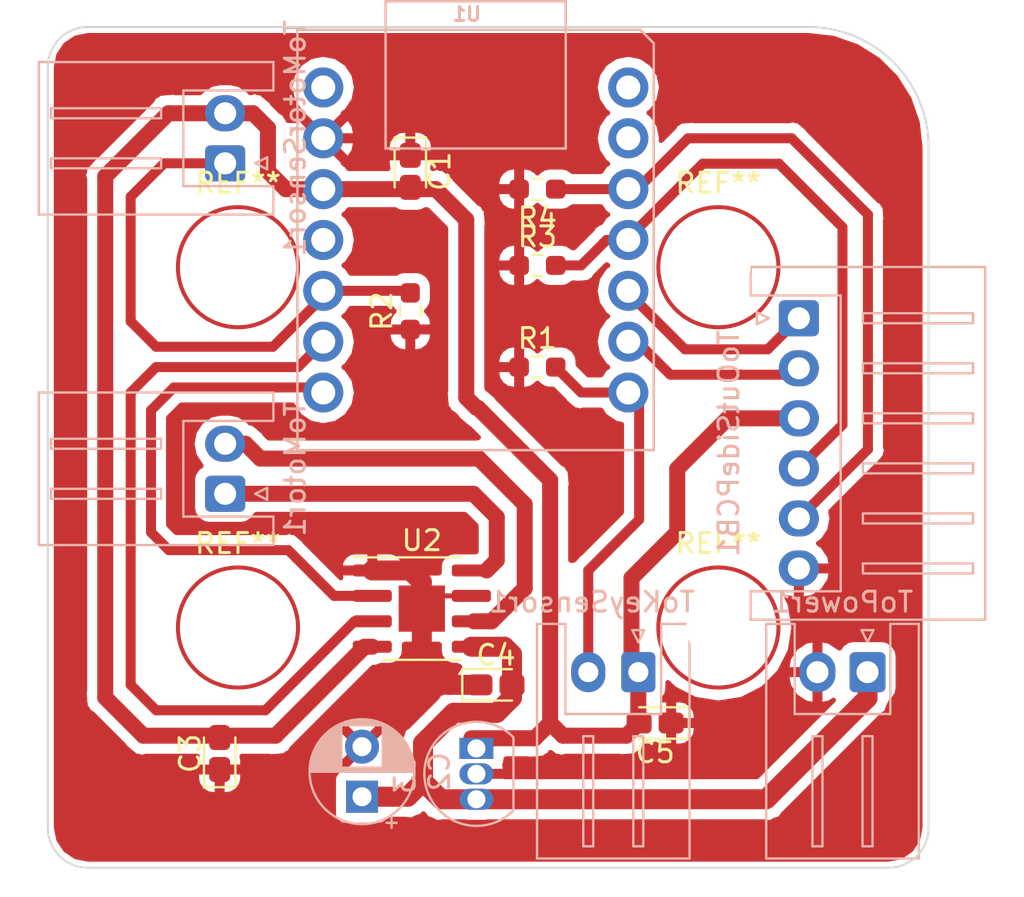
<source format=kicad_pcb>
(kicad_pcb (version 20221018) (generator pcbnew)
  (layers (0 "F.Cu" signal) (31 "B.Cu" signal) (34 "B.Paste" user) (35 "F.Paste" user) (36 "B.SilkS" user "B.Silkscreen") (37 "F.SilkS" user "F.Silkscreen") (38 "B.Mask" user) (39 "F.Mask" user) (44 "Edge.Cuts" user))
  (net 0 "")
  (net 1 "GND")
  (net 2 "+6V")
  (net 3 "+3.3V")
  (net 4 "Pos_SW1")
  (net 5 "Pos_SW2")
  (net 6 "SW1")
  (net 7 "SW2")
  (net 8 "OUT1")
  (net 9 "OUT2")
  (net 10 "SCL")
  (net 11 "SDA")
  (net 15 "IN1")
  (net 16 "IN2")
  (footprint "Resistor_SMD:R_0603_1608Metric_Pad0.98x0.95mm_HandSolder" (layer "F.Cu") (at 124.46 38.1 180)
    (fp_text reference "R4" (at 0 -1.43) (layer "F.SilkS"))
    (fp_text value "R")
    (fp_line (start -0.254724 -0.5225) (end 0.254724 -0.5225) (stroke (width 0.12)) (layer "F.SilkS"))
    (fp_line (start -0.254724 0.5225) (end 0.254724 0.5225) (stroke (width 0.12)) (layer "F.SilkS"))
    (pad "1" smd roundrect (at -0.9125 0 180) (size 0.975 0.95) (layers "F.Cu" "F.Paste" "F.Mask") (net 6 "SW1"))
    (pad "2" smd roundrect (at 0.9125 0 180) (size 0.975 0.95) (layers "F.Cu" "F.Paste" "F.Mask") (net 1 "GND"))
  )
  (footprint "Resistor_SMD:R_0603_1608Metric_Pad0.98x0.95mm_HandSolder" (layer "F.Cu") (at 124.46 46.99)
    (fp_text reference "R1" (at 0 -1.43) (layer "F.SilkS"))
    (fp_text value "R")
    (fp_line (start -0.254724 -0.5225) (end 0.254724 -0.5225) (stroke (width 0.12)) (layer "F.SilkS"))
    (fp_line (start -0.254724 0.5225) (end 0.254724 0.5225) (stroke (width 0.12)) (layer "F.SilkS"))
    (pad "1" smd roundrect (at -0.9125 0) (size 0.975 0.95) (layers "F.Cu" "F.Paste" "F.Mask") (net 1 "GND"))
    (pad "2" smd roundrect (at 0.9125 0) (size 0.975 0.95) (layers "F.Cu" "F.Paste" "F.Mask") (net 4 "Pos_SW1"))
  )
  (footprint "Capacitor_Tantalum_SMD:CP_EIA-1608-10_AVX-L_Pad1.25x1.05mm_HandSolder" (layer "F.Cu") (at 122.39 62.865)
    (fp_text reference "C4" (at 0 -1.48) (layer "F.SilkS"))
    (fp_text value "C")
    (fp_line (start -1.685 -0.785) (end -1.685 0.785) (stroke (width 0.12)) (layer "F.SilkS"))
    (fp_line (start -1.685 0.785) (end 0.8 0.785) (stroke (width 0.12)) (layer "F.SilkS"))
    (fp_line (start 0.8 -0.785) (end -1.685 -0.785) (stroke (width 0.12)) (layer "F.SilkS"))
    (pad "1" smd roundrect (at -0.8 0) (size 1.25 1.05) (layers "F.Cu" "F.Paste" "F.Mask") (roundrect_rratio 0.2380952381) (net 1 "GND"))
    (pad "2" smd roundrect (at 0.8 0) (size 1.25 1.05) (layers "F.Cu" "F.Paste" "F.Mask") (roundrect_rratio 0.2380952381) (net 2 "+6V"))
  )
  (footprint "Capacitor_Tantalum_SMD:CP_EIA-1608-10_AVX-L_Pad1.25x1.05mm_HandSolder" (layer "F.Cu") (at 118.11 37.211 -90)
    (fp_text reference "C1" (at 0 -1.48 90) (layer "F.SilkS"))
    (fp_text value "C")
    (fp_line (start -1.685 -0.785) (end -1.685 0.785) (stroke (width 0.12)) (layer "F.SilkS"))
    (fp_line (start -1.685 0.785) (end 0.8 0.785) (stroke (width 0.12)) (layer "F.SilkS"))
    (fp_line (start 0.8 -0.785) (end -1.685 -0.785) (stroke (width 0.12)) (layer "F.SilkS"))
    (pad "1" smd roundrect (at -0.8 0 270) (size 1.25 1.05) (layers "F.Cu" "F.Paste" "F.Mask") (roundrect_rratio 0.2380952381) (net 1 "GND"))
    (pad "2" smd roundrect (at 0.8 0 270) (size 1.25 1.05) (layers "F.Cu" "F.Paste" "F.Mask") (roundrect_rratio 0.2380952381) (net 3 "+3.3V"))
  )
  (footprint "MountingHole:MountingHole_3.2mm_M3" (layer "F.Cu") (at 133.5 42)
    (fp_text reference "REF**" (at 0 -4.2) (layer "F.SilkS"))
    (fp_text value "MountingHole_3.2mm_M3")
    (pad "" np_thru_hole circle (at 0 0) (size 3.2 3.2) (drill 3.2) (layers "*.Cu" "*.Mask"))
  )
  (footprint "MountingHole:MountingHole_3.2mm_M3" (layer "F.Cu") (at 133.5 60)
    (fp_text reference "REF**" (at 0 -4.2) (layer "F.SilkS"))
    (fp_text value "MountingHole_3.2mm_M3")
    (pad "" np_thru_hole circle (at 0 0) (size 3.2 3.2) (drill 3.2) (layers "*.Cu" "*.Mask"))
  )
  (footprint "Resistor_SMD:R_0603_1608Metric_Pad0.98x0.95mm_HandSolder" (layer "F.Cu") (at 124.46 41.91)
    (fp_text reference "R3" (at 0 -1.43) (layer "F.SilkS"))
    (fp_text value "R")
    (fp_line (start -0.254724 -0.5225) (end 0.254724 -0.5225) (stroke (width 0.12)) (layer "F.SilkS"))
    (fp_line (start -0.254724 0.5225) (end 0.254724 0.5225) (stroke (width 0.12)) (layer "F.SilkS"))
    (pad "1" smd roundrect (at -0.9125 0) (size 0.975 0.95) (layers "F.Cu" "F.Paste" "F.Mask") (net 1 "GND"))
    (pad "2" smd roundrect (at 0.9125 0) (size 0.975 0.95) (layers "F.Cu" "F.Paste" "F.Mask") (net 7 "SW2"))
  )
  (footprint "MountingHole:MountingHole_3.2mm_M3" (layer "F.Cu") (at 109.5 60)
    (fp_text reference "REF**" (at 0 -4.2) (layer "F.SilkS"))
    (fp_text value "MountingHole_3.2mm_M3")
    (pad "" np_thru_hole circle (at 0 0) (size 3.2 3.2) (drill 3.2) (layers "*.Cu" "*.Mask"))
  )
  (footprint "Capacitor_Tantalum_SMD:CP_EIA-1608-10_AVX-L_Pad1.25x1.05mm_HandSolder" (layer "F.Cu") (at 108.585 66.294 90)
    (fp_text reference "C3" (at 0 -1.48 90) (layer "F.SilkS"))
    (fp_text value "C")
    (fp_line (start -1.685 -0.785) (end -1.685 0.785) (stroke (width 0.12)) (layer "F.SilkS"))
    (fp_line (start -1.685 0.785) (end 0.8 0.785) (stroke (width 0.12)) (layer "F.SilkS"))
    (fp_line (start 0.8 -0.785) (end -1.685 -0.785) (stroke (width 0.12)) (layer "F.SilkS"))
    (pad "1" smd roundrect (at -0.8 0 90) (size 1.25 1.05) (layers "F.Cu" "F.Paste" "F.Mask") (roundrect_rratio 0.2380952381) (net 1 "GND"))
    (pad "2" smd roundrect (at 0.8 0 90) (size 1.25 1.05) (layers "F.Cu" "F.Paste" "F.Mask") (roundrect_rratio 0.2380952381) (net 3 "+3.3V"))
  )
  (footprint "Package_SO:HSOP-8-1EP_3.9x4.9mm_P1.27mm_EP2.3x2.3mm_ThermalVias" (layer "F.Cu") (at 118.685 59.055)
    (fp_text reference "U2" (at 0 -3.4) (layer "F.SilkS"))
    (fp_text value "TB67H450FNG")
    (fp_line (start 0 -2.56) (end -3.45 -2.56) (stroke (width 0.12)) (layer "F.SilkS"))
    (fp_line (start 0 -2.56) (end 1.95 -2.56) (stroke (width 0.12)) (layer "F.SilkS"))
    (fp_line (start 0 2.56) (end -1.95 2.56) (stroke (width 0.12)) (layer "F.SilkS"))
    (fp_line (start 0 2.56) (end 1.95 2.56) (stroke (width 0.12)) (layer "F.SilkS"))
    (pad "1" smd roundrect (at -2.475 -1.905) (size 1.95 0.6) (layers "F.Cu" "F.Paste" "F.Mask") (net 1 "GND"))
    (pad "2" smd roundrect (at -2.475 -0.635) (size 1.95 0.6) (layers "F.Cu" "F.Paste" "F.Mask") (net 16 "IN2"))
    (pad "3" smd roundrect (at -2.475 0.635) (size 1.95 0.6) (layers "F.Cu" "F.Paste" "F.Mask") (net 15 "IN1"))
    (pad "4" smd roundrect (at -2.475 1.905) (size 1.95 0.6) (layers "F.Cu" "F.Paste" "F.Mask") (net 3 "+3.3V"))
    (pad "5" smd roundrect (at 2.475 1.905) (size 1.95 0.6) (layers "F.Cu" "F.Paste" "F.Mask") (net 2 "+6V"))
    (pad "6" smd roundrect (at 2.475 0.635) (size 1.95 0.6) (layers "F.Cu" "F.Paste" "F.Mask") (net 8 "OUT1"))
    (pad "7" smd roundrect (at 2.475 -0.635) (size 1.95 0.6) (layers "F.Cu" "F.Paste" "F.Mask") (net 1 "GND"))
    (pad "8" smd roundrect (at 2.475 -1.905) (size 1.95 0.6) (layers "F.Cu" "F.Paste" "F.Mask") (net 9 "OUT2"))
    (pad "9" smd circle (at -0.9 -0.9) (size 0.5 0.5) (layers "F.Cu" "F.Paste" "F.Mask") (net 1 "GND"))
    (pad "9" smd circle (at -0.9 0.9) (size 0.5 0.5) (layers "F.Cu" "F.Paste" "F.Mask") (net 1 "GND"))
    (pad "9" smd rect (at 0 0) (size 2.3 2.3) (layers "F.Cu") (net 1 "GND"))
    (pad "9" smd rect (at 0 0) (size 2.3 2.3) (layers "F.Cu" "F.Mask") (net 1 "GND"))
    (pad "9" smd circle (at 0.9 -0.9) (size 0.5 0.5) (layers "F.Cu" "F.Paste" "F.Mask") (net 1 "GND"))
    (pad "9" smd circle (at 0.9 0.9) (size 0.5 0.5) (layers "F.Cu" "F.Paste" "F.Mask") (net 1 "GND"))
  )
  (footprint "Capacitor_Tantalum_SMD:CP_EIA-1608-10_AVX-L_Pad1.25x1.05mm_HandSolder" (layer "F.Cu") (at 130.34 64.77 180)
    (fp_text reference "C5" (at 0 -1.48) (layer "F.SilkS"))
    (fp_text value "C")
    (fp_line (start -1.685 -0.785) (end -1.685 0.785) (stroke (width 0.12)) (layer "F.SilkS"))
    (fp_line (start -1.685 0.785) (end 0.8 0.785) (stroke (width 0.12)) (layer "F.SilkS"))
    (fp_line (start 0.8 -0.785) (end -1.685 -0.785) (stroke (width 0.12)) (layer "F.SilkS"))
    (pad "1" smd roundrect (at -0.8 0 180) (size 1.25 1.05) (layers "F.Cu" "F.Paste" "F.Mask") (roundrect_rratio 0.2380952381) (net 1 "GND"))
    (pad "2" smd roundrect (at 0.8 0 180) (size 1.25 1.05) (layers "F.Cu" "F.Paste" "F.Mask") (roundrect_rratio 0.2380952381) (net 3 "+3.3V"))
  )
  (footprint "Resistor_SMD:R_0603_1608Metric_Pad0.98x0.95mm_HandSolder" (layer "F.Cu") (at 118.11 44.196 90)
    (fp_text reference "R2" (at 0 -1.43 90) (layer "F.SilkS"))
    (fp_text value "R")
    (fp_line (start -0.254724 -0.5225) (end 0.254724 -0.5225) (stroke (width 0.12)) (layer "F.SilkS"))
    (fp_line (start -0.254724 0.5225) (end 0.254724 0.5225) (stroke (width 0.12)) (layer "F.SilkS"))
    (pad "1" smd roundrect (at -0.9125 0 90) (size 0.975 0.95) (layers "F.Cu" "F.Paste" "F.Mask") (net 1 "GND"))
    (pad "2" smd roundrect (at 0.9125 0 90) (size 0.975 0.95) (layers "F.Cu" "F.Paste" "F.Mask") (net 5 "Pos_SW2"))
  )
  (footprint "MountingHole:MountingHole_3.2mm_M3" (layer "F.Cu") (at 109.5 42)
    (fp_text reference "REF**" (at 0 -4.2) (layer "F.SilkS"))
    (fp_text value "MountingHole_3.2mm_M3")
    (pad "" np_thru_hole circle (at 0 0) (size 3.2 3.2) (drill 3.2) (layers "*.Cu" "*.Mask"))
  )
  (footprint "Connector_JST:JST_XH_S2B-XH-A_1x02_P2.50mm_Horizontal" (layer "B.Cu") (at 108.86 53.32 90)
    (fp_text reference "ToMotor1" (at 1.25 3.5 90) (layer "B.SilkS") (effects (justify mirror)))
    (fp_text value "XH_01x02")
    (fp_line (start -2.56 -9.31) (end -2.56 2.41) (stroke (width 0.12)) (layer "B.SilkS"))
    (fp_line (start -2.56 2.41) (end -1.14 2.41) (stroke (width 0.12)) (layer "B.SilkS"))
    (fp_line (start -1.14 -2.09) (end 1.25 -2.09) (stroke (width 0.12)) (layer "B.SilkS"))
    (fp_line (start -1.14 2.41) (end -1.14 -2.09) (stroke (width 0.12)) (layer "B.SilkS"))
    (fp_line (start -0.3 2.1) (end 0.3 2.1) (stroke (width 0.12)) (layer "B.SilkS"))
    (fp_line (start -0.25 -8.7) (end 0.25 -8.7) (stroke (width 0.12)) (layer "B.SilkS"))
    (fp_line (start -0.25 -3.2) (end -0.25 -8.7) (stroke (width 0.12)) (layer "B.SilkS"))
    (fp_line (start 0 1.5) (end -0.3 2.1) (stroke (width 0.12)) (layer "B.SilkS"))
    (fp_line (start 0.25 -8.7) (end 0.25 -3.2) (stroke (width 0.12)) (layer "B.SilkS"))
    (fp_line (start 0.25 -3.2) (end -0.25 -3.2) (stroke (width 0.12)) (layer "B.SilkS"))
    (fp_line (start 0.3 2.1) (end 0 1.5) (stroke (width 0.12)) (layer "B.SilkS"))
    (fp_line (start 1.25 -9.31) (end -2.56 -9.31) (stroke (width 0.12)) (layer "B.SilkS"))
    (fp_line (start 1.25 -9.31) (end 5.06 -9.31) (stroke (width 0.12)) (layer "B.SilkS"))
    (fp_line (start 2.25 -8.7) (end 2.75 -8.7) (stroke (width 0.12)) (layer "B.SilkS"))
    (fp_line (start 2.25 -3.2) (end 2.25 -8.7) (stroke (width 0.12)) (layer "B.SilkS"))
    (fp_line (start 2.75 -8.7) (end 2.75 -3.2) (stroke (width 0.12)) (layer "B.SilkS"))
    (fp_line (start 2.75 -3.2) (end 2.25 -3.2) (stroke (width 0.12)) (layer "B.SilkS"))
    (fp_line (start 3.64 -2.09) (end 1.25 -2.09) (stroke (width 0.12)) (layer "B.SilkS"))
    (fp_line (start 3.64 2.41) (end 3.64 -2.09) (stroke (width 0.12)) (layer "B.SilkS"))
    (fp_line (start 5.06 -9.31) (end 5.06 2.41) (stroke (width 0.12)) (layer "B.SilkS"))
    (fp_line (start 5.06 2.41) (end 3.64 2.41) (stroke (width 0.12)) (layer "B.SilkS"))
    (pad "1" thru_hole roundrect (at 0 0 90) (size 1.8 2) (drill 1.1) (layers "*.Cu" "*.Mask") (roundrect_rratio 0.1470588235) (net 9 "OUT2"))
    (pad "2" thru_hole oval (at 2.5 0 90) (size 1.8 2) (drill 1.1) (layers "*.Cu" "*.Mask") (net 8 "OUT1"))
  )
  (footprint "xiao ESP32C3_PCB:MOUDLE14P-SMD-2.54-21X17.8MM" (layer "B.Cu") (at 130.27025 51.14 180)
    (fp_text reference "U1" (at 9.3345 21.7805) (layer "B.SilkS") (effects (font (size 0.7 0.7)) (justify mirror)))
    (fp_text value "MOUDLE-SEEEDUINO-XIAO-ESP32C3")
    (fp_line (start 0 0) (end 17.8 0) (stroke (width 0.127)) (layer "B.SilkS"))
    (fp_line (start 0 20.3285) (end 0 0) (stroke (width 0.127)) (layer "B.SilkS"))
    (fp_line (start 0.671541 21) (end 0 20.3285) (stroke (width 0.127)) (layer "B.SilkS"))
    (fp_line (start 4.396 15.072) (end 4.396 22.425) (stroke (width 0.127)) (layer "B.SilkS"))
    (fp_line (start 4.4 22.424) (end 13.395 22.424) (stroke (width 0.127)) (layer "B.SilkS"))
    (fp_line (start 13.395 15.072) (end 4.396 15.072) (stroke (width 0.127)) (layer "B.SilkS"))
    (fp_line (start 13.395 22.424) (end 13.395 15.072) (stroke (width 0.127)) (layer "B.SilkS"))
    (fp_line (start 17.8 0) (end 17.8 21) (stroke (width 0.127)) (layer "B.SilkS"))
    (fp_line (start 17.8 21) (end 0.671541 21) (stroke (width 0.127)) (layer "B.SilkS"))
    (pad "1" thru_hole circle (at 1.27 18.12 180) (size 2 2) (drill 1.2) (layers "*.Cu" "*.Mask"))
    (pad "2" thru_hole circle (at 1.27 15.58 180) (size 2 2) (drill 1.2) (layers "*.Cu" "*.Mask"))
    (pad "3" thru_hole circle (at 1.27 13.04 180) (size 2 2) (drill 1.2) (layers "*.Cu" "*.Mask") (net 6 "SW1"))
    (pad "4" thru_hole circle (at 1.27 10.5 180) (size 2 2) (drill 1.2) (layers "*.Cu" "*.Mask") (net 7 "SW2"))
    (pad "5" thru_hole circle (at 1.27 7.96 180) (size 2 2) (drill 1.2) (layers "*.Cu" "*.Mask") (net 11 "SDA"))
    (pad "6" thru_hole circle (at 1.27 5.42 180) (size 2 2) (drill 1.2) (layers "*.Cu" "*.Mask") (net 10 "SCL"))
    (pad "7" thru_hole circle (at 1.27 2.88 180) (size 2 2) (drill 1.2) (layers "*.Cu" "*.Mask") (net 4 "Pos_SW1"))
    (pad "8" thru_hole circle (at 16.51 2.88 180) (size 2 2) (drill 1.2) (layers "*.Cu" "*.Mask") (net 16 "IN2"))
    (pad "9" thru_hole circle (at 16.51 5.42 180) (size 2 2) (drill 1.2) (layers "*.Cu" "*.Mask") (net 15 "IN1"))
    (pad "10" thru_hole circle (at 16.51 7.96 180) (size 2 2) (drill 1.2) (layers "*.Cu" "*.Mask") (net 5 "Pos_SW2"))
    (pad "11" thru_hole circle (at 16.51 10.5 180) (size 2 2) (drill 1.2) (layers "*.Cu" "*.Mask"))
    (pad "12" thru_hole circle (at 16.51 13.04 180) (size 2 2) (drill 1.2) (layers "*.Cu" "*.Mask") (net 3 "+3.3V"))
    (pad "13" thru_hole circle (at 16.51 15.58 180) (size 2 2) (drill 1.2) (layers "*.Cu" "*.Mask") (net 1 "GND"))
    (pad "14" thru_hole circle (at 16.51 18.12 180) (size 2 2) (drill 1.2) (layers "*.Cu" "*.Mask"))
  )
  (footprint "Capacitor_THT:CP_Radial_D5.0mm_P2.50mm" (layer "B.Cu") (at 115.697 68.453 90)
    (fp_text reference "C2" (at 1.25 3.87 90) (layer "B.SilkS") (effects (justify mirror)))
    (fp_text value "C_Polarized")
    (fp_line (start -1.554775 1.475) (end -1.054775 1.475) (stroke (width 0.12)) (layer "B.SilkS"))
    (fp_line (start -1.304775 1.725) (end -1.304775 1.225) (stroke (width 0.12)) (layer "B.SilkS"))
    (fp_line (start 1.25 2.58) (end 1.25 -2.58) (stroke (width 0.12)) (layer "B.SilkS"))
    (fp_line (start 1.29 2.58) (end 1.29 -2.58) (stroke (width 0.12)) (layer "B.SilkS"))
    (fp_line (start 1.33 2.579) (end 1.33 -2.579) (stroke (width 0.12)) (layer "B.SilkS"))
    (fp_line (start 1.37 2.578) (end 1.37 -2.578) (stroke (width 0.12)) (layer "B.SilkS"))
    (fp_line (start 1.41 2.576) (end 1.41 -2.576) (stroke (width 0.12)) (layer "B.SilkS"))
    (fp_line (start 1.45 2.573) (end 1.45 -2.573) (stroke (width 0.12)) (layer "B.SilkS"))
    (fp_line (start 1.49 -1.04) (end 1.49 -2.569) (stroke (width 0.12)) (layer "B.SilkS"))
    (fp_line (start 1.49 2.569) (end 1.49 1.04) (stroke (width 0.12)) (layer "B.SilkS"))
    (fp_line (start 1.53 -1.04) (end 1.53 -2.565) (stroke (width 0.12)) (layer "B.SilkS"))
    (fp_line (start 1.53 2.565) (end 1.53 1.04) (stroke (width 0.12)) (layer "B.SilkS"))
    (fp_line (start 1.57 -1.04) (end 1.57 -2.561) (stroke (width 0.12)) (layer "B.SilkS"))
    (fp_line (start 1.57 2.561) (end 1.57 1.04) (stroke (width 0.12)) (layer "B.SilkS"))
    (fp_line (start 1.61 -1.04) (end 1.61 -2.556) (stroke (width 0.12)) (layer "B.SilkS"))
    (fp_line (start 1.61 2.556) (end 1.61 1.04) (stroke (width 0.12)) (layer "B.SilkS"))
    (fp_line (start 1.65 -1.04) (end 1.65 -2.55) (stroke (width 0.12)) (layer "B.SilkS"))
    (fp_line (start 1.65 2.55) (end 1.65 1.04) (stroke (width 0.12)) (layer "B.SilkS"))
    (fp_line (start 1.69 -1.04) (end 1.69 -2.543) (stroke (width 0.12)) (layer "B.SilkS"))
    (fp_line (start 1.69 2.543) (end 1.69 1.04) (stroke (width 0.12)) (layer "B.SilkS"))
    (fp_line (start 1.73 -1.04) (end 1.73 -2.536) (stroke (width 0.12)) (layer "B.SilkS"))
    (fp_line (start 1.73 2.536) (end 1.73 1.04) (stroke (width 0.12)) (layer "B.SilkS"))
    (fp_line (start 1.77 -1.04) (end 1.77 -2.528) (stroke (width 0.12)) (layer "B.SilkS"))
    (fp_line (start 1.77 2.528) (end 1.77 1.04) (stroke (width 0.12)) (layer "B.SilkS"))
    (fp_line (start 1.81 -1.04) (end 1.81 -2.52) (stroke (width 0.12)) (layer "B.SilkS"))
    (fp_line (start 1.81 2.52) (end 1.81 1.04) (stroke (width 0.12)) (layer "B.SilkS"))
    (fp_line (start 1.85 -1.04) (end 1.85 -2.511) (stroke (width 0.12)) (layer "B.SilkS"))
    (fp_line (start 1.85 2.511) (end 1.85 1.04) (stroke (width 0.12)) (layer "B.SilkS"))
    (fp_line (start 1.89 -1.04) (end 1.89 -2.501) (stroke (width 0.12)) (layer "B.SilkS"))
    (fp_line (start 1.89 2.501) (end 1.89 1.04) (stroke (width 0.12)) (layer "B.SilkS"))
    (fp_line (start 1.93 -1.04) (end 1.93 -2.491) (stroke (width 0.12)) (layer "B.SilkS"))
    (fp_line (start 1.93 2.491) (end 1.93 1.04) (stroke (width 0.12)) (layer "B.SilkS"))
    (fp_line (start 1.971 -1.04) (end 1.971 -2.48) (stroke (width 0.12)) (layer "B.SilkS"))
    (fp_line (start 1.971 2.48) (end 1.971 1.04) (stroke (width 0.12)) (layer "B.SilkS"))
    (fp_line (start 2.011 -1.04) (end 2.011 -2.468) (stroke (width 0.12)) (layer "B.SilkS"))
    (fp_line (start 2.011 2.468) (end 2.011 1.04) (stroke (width 0.12)) (layer "B.SilkS"))
    (fp_line (start 2.051 -1.04) (end 2.051 -2.455) (stroke (width 0.12)) (layer "B.SilkS"))
    (fp_line (start 2.051 2.455) (end 2.051 1.04) (stroke (width 0.12)) (layer "B.SilkS"))
    (fp_line (start 2.091 -1.04) (end 2.091 -2.442) (stroke (width 0.12)) (layer "B.SilkS"))
    (fp_line (start 2.091 2.442) (end 2.091 1.04) (stroke (width 0.12)) (layer "B.SilkS"))
    (fp_line (start 2.131 -1.04) (end 2.131 -2.428) (stroke (width 0.12)) (layer "B.SilkS"))
    (fp_line (start 2.131 2.428) (end 2.131 1.04) (stroke (width 0.12)) (layer "B.SilkS"))
    (fp_line (start 2.171 -1.04) (end 2.171 -2.414) (stroke (width 0.12)) (layer "B.SilkS"))
    (fp_line (start 2.171 2.414) (end 2.171 1.04) (stroke (width 0.12)) (layer "B.SilkS"))
    (fp_line (start 2.211 -1.04) (end 2.211 -2.398) (stroke (width 0.12)) (layer "B.SilkS"))
    (fp_line (start 2.211 2.398) (end 2.211 1.04) (stroke (width 0.12)) (layer "B.SilkS"))
    (fp_line (start 2.251 -1.04) (end 2.251 -2.382) (stroke (width 0.12)) (layer "B.SilkS"))
    (fp_line (start 2.251 2.382) (end 2.251 1.04) (stroke (width 0.12)) (layer "B.SilkS"))
    (fp_line (start 2.291 -1.04) (end 2.291 -2.365) (stroke (width 0.12)) (layer "B.SilkS"))
    (fp_line (start 2.291 2.365) (end 2.291 1.04) (stroke (width 0.12)) (layer "B.SilkS"))
    (fp_line (start 2.331 -1.04) (end 2.331 -2.348) (stroke (width 0.12)) (layer "B.SilkS"))
    (fp_line (start 2.331 2.348) (end 2.331 1.04) (stroke (width 0.12)) (layer "B.SilkS"))
    (fp_line (start 2.371 -1.04) (end 2.371 -2.329) (stroke (width 0.12)) (layer "B.SilkS"))
    (fp_line (start 2.371 2.329) (end 2.371 1.04) (stroke (width 0.12)) (layer "B.SilkS"))
    (fp_line (start 2.411 -1.04) (end 2.411 -2.31) (stroke (width 0.12)) (layer "B.SilkS"))
    (fp_line (start 2.411 2.31) (end 2.411 1.04) (stroke (width 0.12)) (layer "B.SilkS"))
    (fp_line (start 2.451 -1.04) (end 2.451 -2.29) (stroke (width 0.12)) (layer "B.SilkS"))
    (fp_line (start 2.451 2.29) (end 2.451 1.04) (stroke (width 0.12)) (layer "B.SilkS"))
    (fp_line (start 2.491 -1.04) (end 2.491 -2.268) (stroke (width 0.12)) (layer "B.SilkS"))
    (fp_line (start 2.491 2.268) (end 2.491 1.04) (stroke (width 0.12)) (layer "B.SilkS"))
    (fp_line (start 2.531 -1.04) (end 2.531 -2.247) (stroke (width 0.12)) (layer "B.SilkS"))
    (fp_line (start 2.531 2.247) (end 2.531 1.04) (stroke (width 0.12)) (layer "B.SilkS"))
    (fp_line (start 2.571 -1.04) (end 2.571 -2.224) (stroke (width 0.12)) (layer "B.SilkS"))
    (fp_line (start 2.571 2.224) (end 2.571 1.04) (stroke (width 0.12)) (layer "B.SilkS"))
    (fp_line (start 2.611 -1.04) (end 2.611 -2.2) (stroke (width 0.12)) (layer "B.SilkS"))
    (fp_line (start 2.611 2.2) (end 2.611 1.04) (stroke (width 0.12)) (layer "B.SilkS"))
    (fp_line (start 2.651 -1.04) (end 2.651 -2.175) (stroke (width 0.12)) (layer "B.SilkS"))
    (fp_line (start 2.651 2.175) (end 2.651 1.04) (stroke (width 0.12)) (layer "B.SilkS"))
    (fp_line (start 2.691 -1.04) (end 2.691 -2.149) (stroke (width 0.12)) (layer "B.SilkS"))
    (fp_line (start 2.691 2.149) (end 2.691 1.04) (stroke (width 0.12)) (layer "B.SilkS"))
    (fp_line (start 2.731 -1.04) (end 2.731 -2.122) (stroke (width 0.12)) (layer "B.SilkS"))
    (fp_line (start 2.731 2.122) (end 2.731 1.04) (stroke (width 0.12)) (layer "B.SilkS"))
    (fp_line (start 2.771 -1.04) (end 2.771 -2.095) (stroke (width 0.12)) (layer "B.SilkS"))
    (fp_line (start 2.771 2.095) (end 2.771 1.04) (stroke (width 0.12)) (layer "B.SilkS"))
    (fp_line (start 2.811 -1.04) (end 2.811 -2.065) (stroke (width 0.12)) (layer "B.SilkS"))
    (fp_line (start 2.811 2.065) (end 2.811 1.04) (stroke (width 0.12)) (layer "B.SilkS"))
    (fp_line (start 2.851 -1.04) (end 2.851 -2.035) (stroke (width 0.12)) (layer "B.SilkS"))
    (fp_line (start 2.851 2.035) (end 2.851 1.04) (stroke (width 0.12)) (layer "B.SilkS"))
    (fp_line (start 2.891 -1.04) (end 2.891 -2.004) (stroke (width 0.12)) (layer "B.SilkS"))
    (fp_line (start 2.891 2.004) (end 2.891 1.04) (stroke (width 0.12)) (layer "B.SilkS"))
    (fp_line (start 2.931 -1.04) (end 2.931 -1.971) (stroke (width 0.12)) (layer "B.SilkS"))
    (fp_line (start 2.931 1.971) (end 2.931 1.04) (stroke (width 0.12)) (layer "B.SilkS"))
    (fp_line (start 2.971 -1.04) (end 2.971 -1.937) (stroke (width 0.12)) (layer "B.SilkS"))
    (fp_line (start 2.971 1.937) (end 2.971 1.04) (stroke (width 0.12)) (layer "B.SilkS"))
    (fp_line (start 3.011 -1.04) (end 3.011 -1.901) (stroke (width 0.12)) (layer "B.SilkS"))
    (fp_line (start 3.011 1.901) (end 3.011 1.04) (stroke (width 0.12)) (layer "B.SilkS"))
    (fp_line (start 3.051 -1.04) (end 3.051 -1.864) (stroke (width 0.12)) (layer "B.SilkS"))
    (fp_line (start 3.051 1.864) (end 3.051 1.04) (stroke (width 0.12)) (layer "B.SilkS"))
    (fp_line (start 3.091 -1.04) (end 3.091 -1.826) (stroke (width 0.12)) (layer "B.SilkS"))
    (fp_line (start 3.091 1.826) (end 3.091 1.04) (stroke (width 0.12)) (layer "B.SilkS"))
    (fp_line (start 3.131 -1.04) (end 3.131 -1.785) (stroke (width 0.12)) (layer "B.SilkS"))
    (fp_line (start 3.131 1.785) (end 3.131 1.04) (stroke (width 0.12)) (layer "B.SilkS"))
    (fp_line (start 3.171 -1.04) (end 3.171 -1.743) (stroke (width 0.12)) (layer "B.SilkS"))
    (fp_line (start 3.171 1.743) (end 3.171 1.04) (stroke (width 0.12)) (layer "B.SilkS"))
    (fp_line (start 3.211 -1.04) (end 3.211 -1.699) (stroke (width 0.12)) (layer "B.SilkS"))
    (fp_line (start 3.211 1.699) (end 3.211 1.04) (stroke (width 0.12)) (layer "B.SilkS"))
    (fp_line (start 3.251 -1.04) (end 3.251 -1.653) (stroke (width 0.12)) (layer "B.SilkS"))
    (fp_line (start 3.251 1.653) (end 3.251 1.04) (stroke (width 0.12)) (layer "B.SilkS"))
    (fp_line (start 3.291 -1.04) (end 3.291 -1.605) (stroke (width 0.12)) (layer "B.SilkS"))
    (fp_line (start 3.291 1.605) (end 3.291 1.04) (stroke (width 0.12)) (layer "B.SilkS"))
    (fp_line (start 3.331 -1.04) (end 3.331 -1.554) (stroke (width 0.12)) (layer "B.SilkS"))
    (fp_line (start 3.331 1.554) (end 3.331 1.04) (stroke (width 0.12)) (layer "B.SilkS"))
    (fp_line (start 3.371 -1.04) (end 3.371 -1.5) (stroke (width 0.12)) (layer "B.SilkS"))
    (fp_line (start 3.371 1.5) (end 3.371 1.04) (stroke (width 0.12)) (layer "B.SilkS"))
    (fp_line (start 3.411 -1.04) (end 3.411 -1.443) (stroke (width 0.12)) (layer "B.SilkS"))
    (fp_line (start 3.411 1.443) (end 3.411 1.04) (stroke (width 0.12)) (layer "B.SilkS"))
    (fp_line (start 3.451 -1.04) (end 3.451 -1.383) (stroke (width 0.12)) (layer "B.SilkS"))
    (fp_line (start 3.451 1.383) (end 3.451 1.04) (stroke (width 0.12)) (layer "B.SilkS"))
    (fp_line (start 3.491 -1.04) (end 3.491 -1.319) (stroke (width 0.12)) (layer "B.SilkS"))
    (fp_line (start 3.491 1.319) (end 3.491 1.04) (stroke (width 0.12)) (layer "B.SilkS"))
    (fp_line (start 3.531 -1.04) (end 3.531 -1.251) (stroke (width 0.12)) (layer "B.SilkS"))
    (fp_line (start 3.531 1.251) (end 3.531 1.04) (stroke (width 0.12)) (layer "B.SilkS"))
    (fp_line (start 3.571 1.178) (end 3.571 -1.178) (stroke (width 0.12)) (layer "B.SilkS"))
    (fp_line (start 3.611 1.098) (end 3.611 -1.098) (stroke (width 0.12)) (layer "B.SilkS"))
    (fp_line (start 3.651 1.011) (end 3.651 -1.011) (stroke (width 0.12)) (layer "B.SilkS"))
    (fp_line (start 3.691 0.915) (end 3.691 -0.915) (stroke (width 0.12)) (layer "B.SilkS"))
    (fp_line (start 3.731 0.805) (end 3.731 -0.805) (stroke (width 0.12)) (layer "B.SilkS"))
    (fp_line (start 3.771 0.677) (end 3.771 -0.677) (stroke (width 0.12)) (layer "B.SilkS"))
    (fp_line (start 3.811 0.518) (end 3.811 -0.518) (stroke (width 0.12)) (layer "B.SilkS"))
    (fp_line (start 3.851 0.284) (end 3.851 -0.284) (stroke (width 0.12)) (layer "B.SilkS"))
    (fp_circle (center 1.25 0) (end 3.87 0) (stroke (width 0.12)) (fill none) (layer "B.SilkS"))
    (pad "1" thru_hole rect (at 0 0 90) (size 1.6 1.6) (drill 0.95) (layers "*.Cu" "*.Mask") (net 2 "+6V"))
    (pad "2" thru_hole circle (at 2.5 0 90) (size 1.7 1.7) (drill 0.95) (layers "*.Cu" "*.Mask") (net 1 "GND"))
  )
  (footprint "Connector_JST:JST_XH_S2B-XH-A_1x02_P2.50mm_Horizontal" (layer "B.Cu") (at 140.95 62.23 180)
    (fp_text reference "ToPower1" (at 1.25 3.5) (layer "B.SilkS") (effects (justify mirror)))
    (fp_text value "XH_01x02")
    (fp_line (start -2.56 -9.31) (end -2.56 2.41) (stroke (width 0.12)) (layer "B.SilkS"))
    (fp_line (start -2.56 2.41) (end -1.14 2.41) (stroke (width 0.12)) (layer "B.SilkS"))
    (fp_line (start -1.14 -2.09) (end 1.25 -2.09) (stroke (width 0.12)) (layer "B.SilkS"))
    (fp_line (start -1.14 2.41) (end -1.14 -2.09) (stroke (width 0.12)) (layer "B.SilkS"))
    (fp_line (start -0.3 2.1) (end 0.3 2.1) (stroke (width 0.12)) (layer "B.SilkS"))
    (fp_line (start -0.25 -8.7) (end 0.25 -8.7) (stroke (width 0.12)) (layer "B.SilkS"))
    (fp_line (start -0.25 -3.2) (end -0.25 -8.7) (stroke (width 0.12)) (layer "B.SilkS"))
    (fp_line (start 0 1.5) (end -0.3 2.1) (stroke (width 0.12)) (layer "B.SilkS"))
    (fp_line (start 0.25 -8.7) (end 0.25 -3.2) (stroke (width 0.12)) (layer "B.SilkS"))
    (fp_line (start 0.25 -3.2) (end -0.25 -3.2) (stroke (width 0.12)) (layer "B.SilkS"))
    (fp_line (start 0.3 2.1) (end 0 1.5) (stroke (width 0.12)) (layer "B.SilkS"))
    (fp_line (start 1.25 -9.31) (end -2.56 -9.31) (stroke (width 0.12)) (layer "B.SilkS"))
    (fp_line (start 1.25 -9.31) (end 5.06 -9.31) (stroke (width 0.12)) (layer "B.SilkS"))
    (fp_line (start 2.25 -8.7) (end 2.75 -8.7) (stroke (width 0.12)) (layer "B.SilkS"))
    (fp_line (start 2.25 -3.2) (end 2.25 -8.7) (stroke (width 0.12)) (layer "B.SilkS"))
    (fp_line (start 2.75 -8.7) (end 2.75 -3.2) (stroke (width 0.12)) (layer "B.SilkS"))
    (fp_line (start 2.75 -3.2) (end 2.25 -3.2) (stroke (width 0.12)) (layer "B.SilkS"))
    (fp_line (start 3.64 -2.09) (end 1.25 -2.09) (stroke (width 0.12)) (layer "B.SilkS"))
    (fp_line (start 3.64 2.41) (end 3.64 -2.09) (stroke (width 0.12)) (layer "B.SilkS"))
    (fp_line (start 5.06 -9.31) (end 5.06 2.41) (stroke (width 0.12)) (layer "B.SilkS"))
    (fp_line (start 5.06 2.41) (end 3.64 2.41) (stroke (width 0.12)) (layer "B.SilkS"))
    (pad "1" thru_hole roundrect (at 0 0 180) (size 1.8 2) (drill 1.1) (layers "*.Cu" "*.Mask") (roundrect_rratio 0.1470588235) (net 2 "+6V"))
    (pad "2" thru_hole oval (at 2.5 0 180) (size 1.8 2) (drill 1.1) (layers "*.Cu" "*.Mask") (net 1 "GND"))
  )
  (footprint "Connector_JST:JST_XH_S2B-XH-A_1x02_P2.50mm_Horizontal" (layer "B.Cu") (at 108.86 36.81 90)
    (fp_text reference "ToMotorSensor1" (at 1.25 3.5 90) (layer "B.SilkS") (effects (justify mirror)))
    (fp_text value "XH_01x02")
    (fp_line (start -2.56 -9.31) (end -2.56 2.41) (stroke (width 0.12)) (layer "B.SilkS"))
    (fp_line (start -2.56 2.41) (end -1.14 2.41) (stroke (width 0.12)) (layer "B.SilkS"))
    (fp_line (start -1.14 -2.09) (end 1.25 -2.09) (stroke (width 0.12)) (layer "B.SilkS"))
    (fp_line (start -1.14 2.41) (end -1.14 -2.09) (stroke (width 0.12)) (layer "B.SilkS"))
    (fp_line (start -0.3 2.1) (end 0.3 2.1) (stroke (width 0.12)) (layer "B.SilkS"))
    (fp_line (start -0.25 -8.7) (end 0.25 -8.7) (stroke (width 0.12)) (layer "B.SilkS"))
    (fp_line (start -0.25 -3.2) (end -0.25 -8.7) (stroke (width 0.12)) (layer "B.SilkS"))
    (fp_line (start 0 1.5) (end -0.3 2.1) (stroke (width 0.12)) (layer "B.SilkS"))
    (fp_line (start 0.25 -8.7) (end 0.25 -3.2) (stroke (width 0.12)) (layer "B.SilkS"))
    (fp_line (start 0.25 -3.2) (end -0.25 -3.2) (stroke (width 0.12)) (layer "B.SilkS"))
    (fp_line (start 0.3 2.1) (end 0 1.5) (stroke (width 0.12)) (layer "B.SilkS"))
    (fp_line (start 1.25 -9.31) (end -2.56 -9.31) (stroke (width 0.12)) (layer "B.SilkS"))
    (fp_line (start 1.25 -9.31) (end 5.06 -9.31) (stroke (width 0.12)) (layer "B.SilkS"))
    (fp_line (start 2.25 -8.7) (end 2.75 -8.7) (stroke (width 0.12)) (layer "B.SilkS"))
    (fp_line (start 2.25 -3.2) (end 2.25 -8.7) (stroke (width 0.12)) (layer "B.SilkS"))
    (fp_line (start 2.75 -8.7) (end 2.75 -3.2) (stroke (width 0.12)) (layer "B.SilkS"))
    (fp_line (start 2.75 -3.2) (end 2.25 -3.2) (stroke (width 0.12)) (layer "B.SilkS"))
    (fp_line (start 3.64 -2.09) (end 1.25 -2.09) (stroke (width 0.12)) (layer "B.SilkS"))
    (fp_line (start 3.64 2.41) (end 3.64 -2.09) (stroke (width 0.12)) (layer "B.SilkS"))
    (fp_line (start 5.06 -9.31) (end 5.06 2.41) (stroke (width 0.12)) (layer "B.SilkS"))
    (fp_line (start 5.06 2.41) (end 3.64 2.41) (stroke (width 0.12)) (layer "B.SilkS"))
    (pad "1" thru_hole roundrect (at 0 0 90) (size 1.8 2) (drill 1.1) (layers "*.Cu" "*.Mask") (roundrect_rratio 0.1470588235) (net 5 "Pos_SW2"))
    (pad "2" thru_hole oval (at 2.5 0 90) (size 1.8 2) (drill 1.1) (layers "*.Cu" "*.Mask") (net 3 "+3.3V"))
  )
  (footprint "Package_TO_SOT_THT:TO-92_Inline" (layer "B.Cu") (at 121.412 66.04 -90)
    (fp_text reference "U3" (at 1.27 3.56 90) (layer "B.SilkS") (effects (justify mirror)))
    (fp_text value "LM2950G-3.3")
    (fp_line (start -0.53 -1.85) (end 3.07 -1.85) (stroke (width 0.12)) (layer "B.SilkS"))
    (fp_arc (start 1.27 2.6) (mid -1.132087 0.994977) (end -0.568478 -1.838478) (stroke (width 0.12)) (layer "B.SilkS"))
    (fp_arc (start 3.108478 -1.838478) (mid 3.672087 0.994977) (end 1.27 2.6) (stroke (width 0.12)) (layer "B.SilkS"))
    (pad "1" thru_hole rect (at 0 0 270) (size 1.05 1.7) (drill 0.9) (layers "*.Cu" "*.Mask") (net 3 "+3.3V"))
    (pad "2" thru_hole oval (at 1.27 0 270) (size 1.05 1.7) (drill 0.9) (layers "*.Cu" "*.Mask") (net 1 "GND"))
    (pad "3" thru_hole oval (at 2.54 0 270) (size 1.05 1.7) (drill 0.9) (layers "*.Cu" "*.Mask") (net 2 "+6V"))
  )
  (footprint "Connector_JST:JST_XH_S6B-XH-A_1x06_P2.50mm_Horizontal" (layer "B.Cu") (at 137.52 44.55 -90)
    (fp_text reference "ToOutSidePCB1" (at 6.25 3.5 90) (layer "B.SilkS") (effects (justify mirror)))
    (fp_text value "XH_01x06")
    (fp_line (start -2.56 -9.31) (end -2.56 2.41) (stroke (width 0.12)) (layer "B.SilkS"))
    (fp_line (start -2.56 2.41) (end -1.14 2.41) (stroke (width 0.12)) (layer "B.SilkS"))
    (fp_line (start -1.14 -2.09) (end 6.25 -2.09) (stroke (width 0.12)) (layer "B.SilkS"))
    (fp_line (start -1.14 2.41) (end -1.14 -2.09) (stroke (width 0.12)) (layer "B.SilkS"))
    (fp_line (start -0.3 2.1) (end 0.3 2.1) (stroke (width 0.12)) (layer "B.SilkS"))
    (fp_line (start -0.25 -8.7) (end 0.25 -8.7) (stroke (width 0.12)) (layer "B.SilkS"))
    (fp_line (start -0.25 -3.2) (end -0.25 -8.7) (stroke (width 0.12)) (layer "B.SilkS"))
    (fp_line (start 0 1.5) (end -0.3 2.1) (stroke (width 0.12)) (layer "B.SilkS"))
    (fp_line (start 0.25 -8.7) (end 0.25 -3.2) (stroke (width 0.12)) (layer "B.SilkS"))
    (fp_line (start 0.25 -3.2) (end -0.25 -3.2) (stroke (width 0.12)) (layer "B.SilkS"))
    (fp_line (start 0.3 2.1) (end 0 1.5) (stroke (width 0.12)) (layer "B.SilkS"))
    (fp_line (start 2.25 -8.7) (end 2.75 -8.7) (stroke (width 0.12)) (layer "B.SilkS"))
    (fp_line (start 2.25 -3.2) (end 2.25 -8.7) (stroke (width 0.12)) (layer "B.SilkS"))
    (fp_line (start 2.75 -8.7) (end 2.75 -3.2) (stroke (width 0.12)) (layer "B.SilkS"))
    (fp_line (start 2.75 -3.2) (end 2.25 -3.2) (stroke (width 0.12)) (layer "B.SilkS"))
    (fp_line (start 4.75 -8.7) (end 5.25 -8.7) (stroke (width 0.12)) (layer "B.SilkS"))
    (fp_line (start 4.75 -3.2) (end 4.75 -8.7) (stroke (width 0.12)) (layer "B.SilkS"))
    (fp_line (start 5.25 -8.7) (end 5.25 -3.2) (stroke (width 0.12)) (layer "B.SilkS"))
    (fp_line (start 5.25 -3.2) (end 4.75 -3.2) (stroke (width 0.12)) (layer "B.SilkS"))
    (fp_line (start 6.25 -9.31) (end -2.56 -9.31) (stroke (width 0.12)) (layer "B.SilkS"))
    (fp_line (start 6.25 -9.31) (end 15.06 -9.31) (stroke (width 0.12)) (layer "B.SilkS"))
    (fp_line (start 7.25 -8.7) (end 7.75 -8.7) (stroke (width 0.12)) (layer "B.SilkS"))
    (fp_line (start 7.25 -3.2) (end 7.25 -8.7) (stroke (width 0.12)) (layer "B.SilkS"))
    (fp_line (start 7.75 -8.7) (end 7.75 -3.2) (stroke (width 0.12)) (layer "B.SilkS"))
    (fp_line (start 7.75 -3.2) (end 7.25 -3.2) (stroke (width 0.12)) (layer "B.SilkS"))
    (fp_line (start 9.75 -8.7) (end 10.25 -8.7) (stroke (width 0.12)) (layer "B.SilkS"))
    (fp_line (start 9.75 -3.2) (end 9.75 -8.7) (stroke (width 0.12)) (layer "B.SilkS"))
    (fp_line (start 10.25 -8.7) (end 10.25 -3.2) (stroke (width 0.12)) (layer "B.SilkS"))
    (fp_line (start 10.25 -3.2) (end 9.75 -3.2) (stroke (width 0.12)) (layer "B.SilkS"))
    (fp_line (start 12.25 -8.7) (end 12.75 -8.7) (stroke (width 0.12)) (layer "B.SilkS"))
    (fp_line (start 12.25 -3.2) (end 12.25 -8.7) (stroke (width 0.12)) (layer "B.SilkS"))
    (fp_line (start 12.75 -8.7) (end 12.75 -3.2) (stroke (width 0.12)) (layer "B.SilkS"))
    (fp_line (start 12.75 -3.2) (end 12.25 -3.2) (stroke (width 0.12)) (layer "B.SilkS"))
    (fp_line (start 13.64 -2.09) (end 6.25 -2.09) (stroke (width 0.12)) (layer "B.SilkS"))
    (fp_line (start 13.64 2.41) (end 13.64 -2.09) (stroke (width 0.12)) (layer "B.SilkS"))
    (fp_line (start 15.06 -9.31) (end 15.06 2.41) (stroke (width 0.12)) (layer "B.SilkS"))
    (fp_line (start 15.06 2.41) (end 13.64 2.41) (stroke (width 0.12)) (layer "B.SilkS"))
    (pad "1" thru_hole roundrect (at 0 0 270) (size 1.8 2) (drill 1.1) (layers "*.Cu" "*.Mask") (roundrect_rratio 0.1470588235) (net 11 "SDA"))
    (pad "2" thru_hole oval (at 2.5 0 270) (size 1.8 2) (drill 1.1) (layers "*.Cu" "*.Mask") (net 10 "SCL"))
    (pad "3" thru_hole oval (at 5 0 270) (size 1.8 2) (drill 1.1) (layers "*.Cu" "*.Mask") (net 3 "+3.3V"))
    (pad "4" thru_hole oval (at 7.5 0 270) (size 1.8 2) (drill 1.1) (layers "*.Cu" "*.Mask") (net 7 "SW2"))
    (pad "5" thru_hole oval (at 10 0 270) (size 1.8 2) (drill 1.1) (layers "*.Cu" "*.Mask") (net 6 "SW1"))
    (pad "6" thru_hole oval (at 12.5 0 270) (size 1.8 2) (drill 1.1) (layers "*.Cu" "*.Mask") (net 1 "GND"))
  )
  (footprint "Connector_JST:JST_XH_S2B-XH-A_1x02_P2.50mm_Horizontal" (layer "B.Cu") (at 129.5 62.23 180)
    (fp_text reference "ToKeySensor1" (at 2.315 3.5) (layer "B.SilkS") (effects (justify mirror)))
    (fp_text value "XH_01x02")
    (fp_line (start -2.56 -9.31) (end -2.56 2.41) (stroke (width 0.12)) (layer "B.SilkS"))
    (fp_line (start -2.56 2.41) (end -1.14 2.41) (stroke (width 0.12)) (layer "B.SilkS"))
    (fp_line (start -1.14 -2.09) (end 1.25 -2.09) (stroke (width 0.12)) (layer "B.SilkS"))
    (fp_line (start -1.14 2.41) (end -1.14 -2.09) (stroke (width 0.12)) (layer "B.SilkS"))
    (fp_line (start -0.3 2.1) (end 0.3 2.1) (stroke (width 0.12)) (layer "B.SilkS"))
    (fp_line (start -0.25 -8.7) (end 0.25 -8.7) (stroke (width 0.12)) (layer "B.SilkS"))
    (fp_line (start -0.25 -3.2) (end -0.25 -8.7) (stroke (width 0.12)) (layer "B.SilkS"))
    (fp_line (start 0 1.5) (end -0.3 2.1) (stroke (width 0.12)) (layer "B.SilkS"))
    (fp_line (start 0.25 -8.7) (end 0.25 -3.2) (stroke (width 0.12)) (layer "B.SilkS"))
    (fp_line (start 0.25 -3.2) (end -0.25 -3.2) (stroke (width 0.12)) (layer "B.SilkS"))
    (fp_line (start 0.3 2.1) (end 0 1.5) (stroke (width 0.12)) (layer "B.SilkS"))
    (fp_line (start 1.25 -9.31) (end -2.56 -9.31) (stroke (width 0.12)) (layer "B.SilkS"))
    (fp_line (start 1.25 -9.31) (end 5.06 -9.31) (stroke (width 0.12)) (layer "B.SilkS"))
    (fp_line (start 2.25 -8.7) (end 2.75 -8.7) (stroke (width 0.12)) (layer "B.SilkS"))
    (fp_line (start 2.25 -3.2) (end 2.25 -8.7) (stroke (width 0.12)) (layer "B.SilkS"))
    (fp_line (start 2.75 -8.7) (end 2.75 -3.2) (stroke (width 0.12)) (layer "B.SilkS"))
    (fp_line (start 2.75 -3.2) (end 2.25 -3.2) (stroke (width 0.12)) (layer "B.SilkS"))
    (fp_line (start 3.64 -2.09) (end 1.25 -2.09) (stroke (width 0.12)) (layer "B.SilkS"))
    (fp_line (start 3.64 2.41) (end 3.64 -2.09) (stroke (width 0.12)) (layer "B.SilkS"))
    (fp_line (start 5.06 -9.31) (end 5.06 2.41) (stroke (width 0.12)) (layer "B.SilkS"))
    (fp_line (start 5.06 2.41) (end 3.64 2.41) (stroke (width 0.12)) (layer "B.SilkS"))
    (pad "1" thru_hole roundrect (at 0 0 180) (size 1.7 2) (drill 1) (layers "*.Cu" "*.Mask") (roundrect_rratio 0.1470588235) (net 3 "+3.3V"))
    (pad "2" thru_hole oval (at 2.5 0 180) (size 1.7 2) (drill 1) (layers "*.Cu" "*.Mask") (net 4 "Pos_SW1"))
  )
  (gr_circle (center 133.5 60) (end 136.5 60) (stroke (width 0.2)) (fill none) (layer "F.Cu"))
  (gr_circle (center 109.5 42) (end 112.5 42) (stroke (width 0.2)) (fill none) (layer "F.Cu"))
  (gr_circle (center 133.5 42) (end 136.5 42) (stroke (width 0.2)) (fill none) (layer "F.Cu"))
  (gr_circle (center 109.5 60) (end 112.5 60) (stroke (width 0.2)) (fill none) (layer "F.Cu"))
  (gr_arc (start 138 30) (mid 142.242641 31.757359) (end 144 36) (stroke (width 0.1)) (layer "Edge.Cuts"))
  (gr_arc (start 102 72) (mid 100.585786 71.414214) (end 100 70) (stroke (width 0.1)) (layer "Edge.Cuts"))
  (gr_line (start 102 72) (end 142 72) (stroke (width 0.1)) (layer "Edge.Cuts"))
  (gr_line (start 144 70) (end 144 36) (stroke (width 0.1)) (layer "Edge.Cuts"))
  (gr_arc (start 144 70) (mid 143.414214 71.414214) (end 142 72) (stroke (width 0.1)) (layer "Edge.Cuts"))
  (gr_line (start 138 30) (end 102 30) (stroke (width 0.1)) (layer "Edge.Cuts"))
  (gr_line (start 100 32) (end 100 70) (stroke (width 0.1)) (layer "Edge.Cuts"))
  (gr_arc (start 100 32) (mid 100.585786 30.585786) (end 102 30) (stroke (width 0.1)) (layer "Edge.Cuts"))
  (segment (start 116.21 57.15) (end 118.11 57.15) (width 1) (layer "F.Cu") (net 1))
  (segment (start 120.015 62.865) (end 121.59 62.865) (width 1) (layer "F.Cu") (net 1))
  (segment (start 119.32 58.42) (end 118.685 59.055) (width 0.25) (layer "F.Cu") (net 1))
  (segment (start 118.685 61.535) (end 120.015 62.865) (width 1) (layer "F.Cu") (net 1))
  (segment (start 118.685 57.725) (end 118.685 59.055) (width 1) (layer "F.Cu") (net 1))
  (segment (start 118.685 59.055) (end 118.685 61.535) (width 1) (layer "F.Cu") (net 1))
  (segment (start 121.16 58.42) (end 119.32 58.42) (width 0.25) (layer "F.Cu") (net 1))
  (segment (start 115.57 35.56) (end 113.28025 35.56) (width 0.5) (layer "F.Cu") (net 1))
  (segment (start 118.11 57.15) (end 118.685 57.725) (width 1) (layer "F.Cu") (net 1))
  (segment (start 140.95 62.23) (end 140.95 63.52) (width 1) (layer "F.Cu") (net 2))
  (segment (start 118.745 67.691) (end 119.634 68.58) (width 1) (layer "F.Cu") (net 2))
  (segment (start 119.634 68.58) (end 121.412 68.58) (width 1) (layer "F.Cu") (net 2))
  (segment (start 117.983 68.453) (end 118.745 67.691) (width 1) (layer "F.Cu") (net 2))
  (segment (start 115.697 68.453) (end 117.983 68.453) (width 1) (layer "F.Cu") (net 2))
  (segment (start 122.428 64.262) (end 120.269 64.262) (width 1) (layer "F.Cu") (net 2))
  (segment (start 120.269 64.262) (end 118.745 65.786) (width 1) (layer "F.Cu") (net 2))
  (segment (start 123.19 63.5) (end 122.428 64.262) (width 1) (layer "F.Cu") (net 2))
  (segment (start 121.16 60.96) (end 122.81 60.96) (width 1) (layer "F.Cu") (net 2))
  (segment (start 121.412 68.58) (end 135.89 68.58) (width 1) (layer "F.Cu") (net 2))
  (segment (start 123.19 61.34) (end 123.19 63.5) (width 1) (layer "F.Cu") (net 2))
  (segment (start 140.95 63.52) (end 135.89 68.58) (width 1) (layer "F.Cu") (net 2))
  (segment (start 118.745 65.786) (end 118.745 67.691) (width 1) (layer "F.Cu") (net 2))
  (segment (start 121.16 60.96) (end 121.92 60.96) (width 0.25) (layer "F.Cu") (net 2))
  (segment (start 122.81 60.96) (end 123.19 61.34) (width 1) (layer "F.Cu") (net 2))
  (segment (start 133.965 49.55) (end 137.52 49.55) (width 0.8) (layer "F.Cu") (net 3))
  (segment (start 129.5 62.23) (end 129.159 61.889) (width 0.8) (layer "F.Cu") (net 3))
  (segment (start 102.87 37.465) (end 102.87 63.5) (width 0.8) (layer "F.Cu") (net 3))
  (segment (start 104.775 65.405) (end 111.379 65.405) (width 0.8) (layer "F.Cu") (net 3))
  (segment (start 125.095 52.632892) (end 125.095 64.77) (width 0.8) (layer "F.Cu") (net 3))
  (segment (start 110.998 35.052) (end 110.998 37.211) (width 0.8) (layer "F.Cu") (net 3))
  (segment (start 106.025 34.31) (end 102.87 37.465) (width 0.8) (layer "F.Cu") (net 3))
  (segment (start 129.159 61.889) (end 129.159 57.531) (width 0.8) (layer "F.Cu") (net 3))
  (segment (start 108.86 34.31) (end 110.256 34.31) (width 0.8) (layer "F.Cu") (net 3))
  (segment (start 129.5 64.73) (end 129.5 62.23) (width 0.8) (layer "F.Cu") (net 3))
  (segment (start 111.379 65.405) (end 115.824 60.96) (width 0.8) (layer "F.Cu") (net 3))
  (segment (start 119.38 38.1) (end 120.904 39.624) (width 0.8) (layer "F.Cu") (net 3))
  (segment (start 129.54 64.77) (end 129.5 64.73) (width 0.8) (layer "F.Cu") (net 3))
  (segment (start 125.095 64.77) (end 125.73 65.405) (width 0.8) (layer "F.Cu") (net 3))
  (segment (start 121.492108 49.03) (end 125.095 52.632892) (width 0.8) (layer "F.Cu") (net 3))
  (segment (start 125.095 64.77) (end 124.333 65.532) (width 0.8) (layer "F.Cu") (net 3))
  (segment (start 102.87 63.5) (end 104.775 65.405) (width 0.8) (layer "F.Cu") (net 3))
  (segment (start 131.445 55.245) (end 131.445 52.07) (width 0.8) (layer "F.Cu") (net 3))
  (segment (start 111.887 38.1) (end 119.38 38.1) (width 0.8) (layer "F.Cu") (net 3))
  (segment (start 120.904 39.624) (end 120.904 48.514) (width 0.8) (layer "F.Cu") (net 3))
  (segment (start 121.42 49.03) (end 121.492108 49.03) (width 0.8) (layer "F.Cu") (net 3))
  (segment (start 110.998 37.211) (end 111.887 38.1) (width 0.8) (layer "F.Cu") (net 3))
  (segment (start 124.333 65.532) (end 121.158 65.532) (width 0.8) (layer "F.Cu") (net 3))
  (segment (start 129.159 57.531) (end 131.445 55.245) (width 0.8) (layer "F.Cu") (net 3))
  (segment (start 110.256 34.31) (end 110.998 35.052) (width 0.8) (layer "F.Cu") (net 3))
  (segment (start 108.86 34.31) (end 106.025 34.31) (width 0.8) (layer "F.Cu") (net 3))
  (segment (start 115.824 60.96) (end 116.21 60.96) (width 0.8) (layer "F.Cu") (net 3))
  (segment (start 120.904 48.514) (end 121.42 49.03) (width 0.8) (layer "F.Cu") (net 3))
  (segment (start 116.21 60.9) (end 115.833248 60.9) (width 0.25) (layer "F.Cu") (net 3))
  (segment (start 125.73 65.405) (end 128.905 65.405) (width 0.8) (layer "F.Cu") (net 3))
  (segment (start 128.905 65.405) (end 129.54 64.77) (width 0.8) (layer "F.Cu") (net 3))
  (segment (start 131.445 52.07) (end 133.965 49.55) (width 0.8) (layer "F.Cu") (net 3))
  (segment (start 129.54 54.61) (end 129.54 48.78975) (width 0.5) (layer "F.Cu") (net 4))
  (segment (start 129.01025 48.26) (end 129.44525 48.26) (width 0.25) (layer "F.Cu") (net 4))
  (segment (start 129.54 48.78975) (end 129.01025 48.26) (width 0.5) (layer "F.Cu") (net 4))
  (segment (start 127 62.23) (end 127 57.15) (width 0.5) (layer "F.Cu") (net 4))
  (segment (start 129.01025 48.26) (end 126.6425 48.26) (width 0.5) (layer "F.Cu") (net 4))
  (segment (start 126.6425 48.26) (end 125.3725 46.99) (width 0.5) (layer "F.Cu") (net 4))
  (segment (start 127 57.15) (end 129.54 54.61) (width 0.5) (layer "F.Cu") (net 4))
  (segment (start 104.14 38.481) (end 104.14 44.704) (width 0.5) (layer "F.Cu") (net 5))
  (segment (start 104.14 44.704) (end 105.41 45.974) (width 0.5) (layer "F.Cu") (net 5))
  (segment (start 105.811 36.81) (end 104.14 38.481) (width 0.5) (layer "F.Cu") (net 5))
  (segment (start 114.046 43.18) (end 118.0065 43.18) (width 0.5) (layer "F.Cu") (net 5))
  (segment (start 108.86 36.81) (end 105.811 36.81) (width 0.5) (layer "F.Cu") (net 5))
  (segment (start 118.0065 43.18) (end 118.11 43.2835) (width 0.5) (layer "F.Cu") (net 5))
  (segment (start 105.41 45.974) (end 111.252 45.974) (width 0.5) (layer "F.Cu") (net 5))
  (segment (start 111.252 45.974) (end 114.046 43.18) (width 0.5) (layer "F.Cu") (net 5))
  (segment (start 137.16 35.56) (end 131.98525 35.56) (width 0.5) (layer "F.Cu") (net 6))
  (segment (start 131.98525 35.56) (end 129.44525 38.1) (width 0.5) (layer "F.Cu") (net 6))
  (segment (start 140.97 51.1) (end 140.97 39.37) (width 0.5) (layer "F.Cu") (net 6))
  (segment (start 140.97 39.37) (end 137.16 35.56) (width 0.5) (layer "F.Cu") (net 6))
  (segment (start 137.52 54.55) (end 140.97 51.1) (width 0.5) (layer "F.Cu") (net 6))
  (segment (start 129.44525 38.1) (end 125.3725 38.1) (width 0.5) (layer "F.Cu") (net 6))
  (segment (start 129.44525 40.09975) (end 132.715 36.83) (width 0.5) (layer "F.Cu") (net 7))
  (segment (start 139.7 40.005) (end 139.7 49.87) (width 0.5) (layer "F.Cu") (net 7))
  (segment (start 136.525 36.83) (end 139.7 40.005) (width 0.5) (layer "F.Cu") (net 7))
  (segment (start 132.715 36.83) (end 136.525 36.83) (width 0.5) (layer "F.Cu") (net 7))
  (segment (start 125.3725 41.91) (end 126.6425 41.91) (width 0.5) (layer "F.Cu") (net 7))
  (segment (start 139.7 49.87) (end 137.52 52.05) (width 0.5) (layer "F.Cu") (net 7))
  (segment (start 129.44525 40.64) (end 127.9125 40.64) (width 0.5) (layer "F.Cu") (net 7))
  (segment (start 127.9125 40.64) (end 126.6425 41.91) (width 0.5) (layer "F.Cu") (net 7))
  (segment (start 129.44525 40.64) (end 129.44525 40.09975) (width 0.5) (layer "F.Cu") (net 7))
  (segment (start 110.617 51.562) (end 121.539 51.562) (width 0.8) (layer "F.Cu") (net 8))
  (segment (start 121.92 59.57) (end 121.22 59.57) (width 0.25) (layer "F.Cu") (net 8))
  (segment (start 109.875 50.82) (end 110.617 51.562) (width 0.8) (layer "F.Cu") (net 8))
  (segment (start 121.539 51.562) (end 123.825 53.848) (width 0.8) (layer "F.Cu") (net 8))
  (segment (start 123.825 58.039) (end 122.174 59.69) (width 0.8) (layer "F.Cu") (net 8))
  (segment (start 123.825 53.848) (end 123.825 58.039) (width 0.8) (layer "F.Cu") (net 8))
  (segment (start 108.86 50.82) (end 109.875 50.82) (width 0.8) (layer "F.Cu") (net 8))
  (segment (start 122.174 59.69) (end 121.289 59.69) (width 0.8) (layer "F.Cu") (net 8))
  (segment (start 121.22 59.57) (end 121.16 59.63) (width 0.25) (layer "F.Cu") (net 8))
  (segment (start 122.428 54.483) (end 122.428 56.642) (width 0.8) (layer "F.Cu") (net 9))
  (segment (start 122.428 56.642) (end 121.92 57.15) (width 0.8) (layer "F.Cu") (net 9))
  (segment (start 108.86 53.32) (end 121.265 53.32) (width 0.8) (layer "F.Cu") (net 9))
  (segment (start 121.265 53.32) (end 122.428 54.483) (width 0.8) (layer "F.Cu") (net 9))
  (segment (start 131.09625 47.371) (end 129.44525 45.72) (width 0.5) (layer "F.Cu") (net 10))
  (segment (start 137.199 47.371) (end 131.09625 47.371) (width 0.5) (layer "F.Cu") (net 10))
  (segment (start 137.52 47.05) (end 137.199 47.371) (width 0.5) (layer "F.Cu") (net 10))
  (segment (start 137.52 44.55) (end 135.969 46.101) (width 0.5) (layer "F.Cu") (net 11))
  (segment (start 129.00025 43.27525) (end 129.00025 43.18) (width 0.5) (layer "F.Cu") (net 11))
  (segment (start 131.826 46.101) (end 129.00025 43.27525) (width 0.5) (layer "F.Cu") (net 11))
  (segment (start 135.969 46.101) (end 131.826 46.101) (width 0.5) (layer "F.Cu") (net 11))
  (segment (start 110.871 64.135) (end 105.41 64.135) (width 0.5) (layer "F.Cu") (net 15))
  (segment (start 112.50025 46.99) (end 113.77025 45.72) (width 0.5) (layer "F.Cu") (net 15))
  (segment (start 115.316 59.69) (end 110.871 64.135) (width 0.5) (layer "F.Cu") (net 15))
  (segment (start 116.21 59.69) (end 115.316 59.69) (width 0.5) (layer "F.Cu") (net 15))
  (segment (start 105.41 64.135) (end 104.14 62.865) (width 0.5) (layer "F.Cu") (net 15))
  (segment (start 104.14 48.26) (end 105.41 46.99) (width 0.5) (layer "F.Cu") (net 15))
  (segment (start 104.14 62.865) (end 104.14 48.26) (width 0.5) (layer "F.Cu") (net 15))
  (segment (start 105.41 46.99) (end 112.50025 46.99) (width 0.5) (layer "F.Cu") (net 15))
  (segment (start 114.3 58.42) (end 116.21 58.42) (width 0.5) (layer "F.Cu") (net 16))
  (segment (start 113.51625 48.006) (end 106.299 48.006) (width 0.5) (layer "F.Cu") (net 16))
  (segment (start 105.156 55.245) (end 106.045 56.134) (width 0.5) (layer "F.Cu") (net 16))
  (segment (start 112.014 56.134) (end 114.3 58.42) (width 0.5) (layer "F.Cu") (net 16))
  (segment (start 113.77025 48.26) (end 113.51625 48.006) (width 0.5) (layer "F.Cu") (net 16))
  (segment (start 106.299 48.006) (end 105.156 49.149) (width 0.5) (layer "F.Cu") (net 16))
  (segment (start 106.045 56.134) (end 112.014 56.134) (width 0.5) (layer "F.Cu") (net 16))
  (segment (start 105.156 49.149) (end 105.156 55.245) (width 0.5) (layer "F.Cu") (net 16))
  (zone (net 0) (net_name "") (layer "F.Cu") (connect_pads (clearance 0)) (min_thickness 0.25)
    (keepout (tracks not_allowed) (vias not_allowed) (pads not_allowed) (copperpour not_allowed) (footprints allowed))
    (fill (thermal_gap 0.5) (thermal_bridge_width 0.5))
    (polygon (pts (xy 117.983 66.294) (xy 116.967 66.294) (xy 116.459 67.056) (xy 117.094 67.564) (xy 117.856 67.564)))
  )
  (zone (net 0) (net_name "") (layer "F.Cu") (connect_pads (clearance 0)) (min_thickness 0.25)
    (keepout (tracks not_allowed) (vias not_allowed) (pads not_allowed) (copperpour not_allowed) (footprints allowed))
    (fill (thermal_gap 0.5) (thermal_bridge_width 0.5))
    (polygon (pts (xy 135.89 52.705) (xy 134.62 54.61) (xy 135.89 57.15)))
  )
  (zone (net 0) (net_name "") (layer "F.Cu") (connect_pads (clearance 0)) (min_thickness 0.25)
    (keepout (tracks not_allowed) (vias not_allowed) (pads not_allowed) (copperpour not_allowed) (footprints allowed))
    (fill (thermal_gap 0.5) (thermal_bridge_width 0.5))
    (polygon (pts (xy 125.984 56.769) (xy 126.492 56.769) (xy 126.492 60.96) (xy 126.111 60.96)))
  )
  (zone (net 0) (net_name "") (layer "F.Cu") (connect_pads (clearance 0)) (min_thickness 0.25)
    (keepout (tracks not_allowed) (vias not_allowed) (pads not_allowed) (copperpour not_allowed) (footprints allowed))
    (fill (thermal_gap 0.5) (thermal_bridge_width 0.5))
    (polygon (pts (xy 111.633 34.798) (xy 112.649 34.798) (xy 112.776 37.084) (xy 111.76 37.084)))
  )
  (zone (net 0) (net_name "") (layer "F.Cu") (connect_pads (clearance 0)) (min_thickness 0.25)
    (keepout (tracks not_allowed) (vias not_allowed) (pads not_allowed) (copperpour not_allowed) (footprints allowed))
    (fill (thermal_gap 0.5) (thermal_bridge_width 0.5))
    (polygon (pts (xy 120.396 66.929) (xy 120.396 67.564) (xy 119.761 67.564) (xy 119.761 66.675)))
  )
  (zone (net 1) (net_name "GND") (layer "F.Cu") (connect_pads (clearance 0.5)) (min_thickness 0.25) (fill yes (thermal_gap 0.5) (thermal_bridge_width 0.5))
    (polygon (pts (xy 99.06 29.21) (xy 99.06 72.39) (xy 123.19 72.39) (xy 123.825 72.39) (xy 144.78 72.39) (xy 144.78 29.21)))
  )
)
</source>
